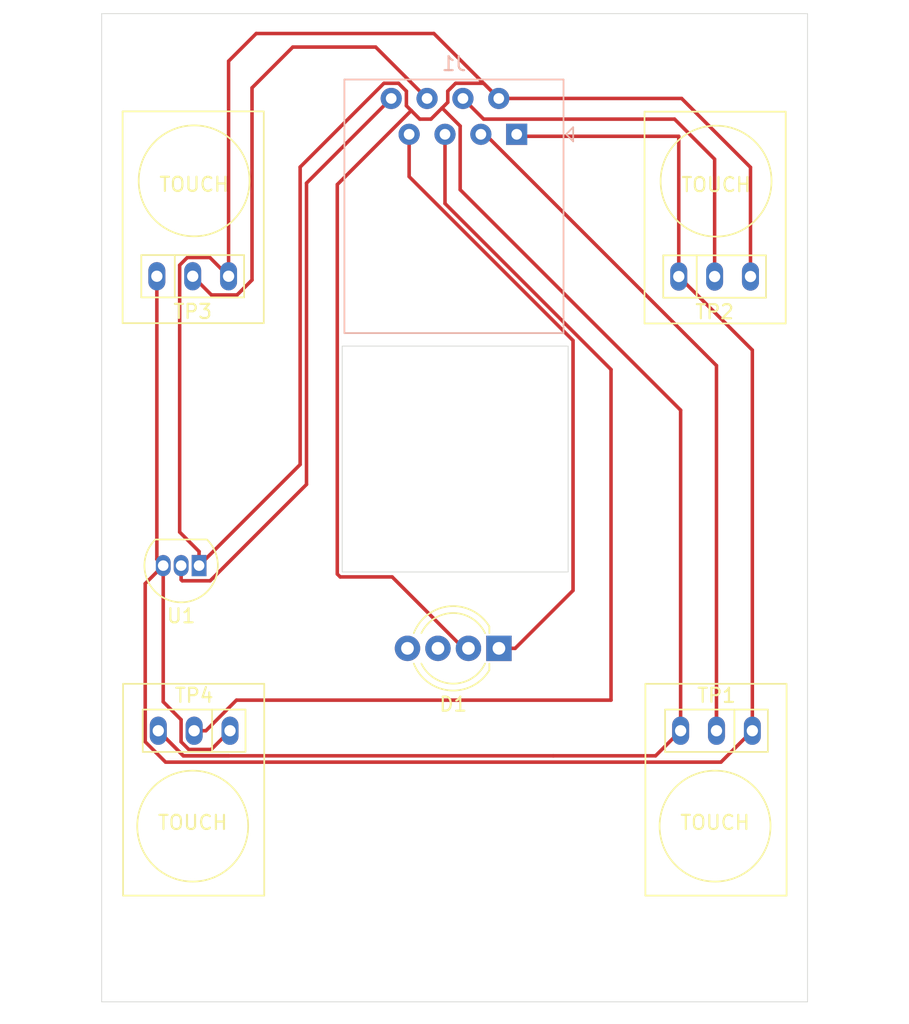
<source format=kicad_pcb>
(kicad_pcb (version 20171130) (host pcbnew "(5.1.12)-1")

  (general
    (thickness 1.6)
    (drawings 8)
    (tracks 96)
    (zones 0)
    (modules 11)
    (nets 11)
  )

  (page A4)
  (layers
    (0 F.Cu signal)
    (31 B.Cu signal)
    (32 B.Adhes user)
    (33 F.Adhes user)
    (34 B.Paste user)
    (35 F.Paste user)
    (36 B.SilkS user)
    (37 F.SilkS user)
    (38 B.Mask user)
    (39 F.Mask user)
    (40 Dwgs.User user)
    (41 Cmts.User user)
    (42 Eco1.User user)
    (43 Eco2.User user)
    (44 Edge.Cuts user)
    (45 Margin user)
    (46 B.CrtYd user)
    (47 F.CrtYd user)
    (48 B.Fab user)
    (49 F.Fab user)
  )

  (setup
    (last_trace_width 0.25)
    (trace_clearance 0.2)
    (zone_clearance 0.508)
    (zone_45_only no)
    (trace_min 0.2)
    (via_size 0.8)
    (via_drill 0.4)
    (via_min_size 0.4)
    (via_min_drill 0.3)
    (uvia_size 0.3)
    (uvia_drill 0.1)
    (uvias_allowed no)
    (uvia_min_size 0.2)
    (uvia_min_drill 0.1)
    (edge_width 0.05)
    (segment_width 0.2)
    (pcb_text_width 0.3)
    (pcb_text_size 1.5 1.5)
    (mod_edge_width 0.12)
    (mod_text_size 1 1)
    (mod_text_width 0.15)
    (pad_size 1.524 1.524)
    (pad_drill 0.762)
    (pad_to_mask_clearance 0)
    (aux_axis_origin 0 0)
    (visible_elements 7FFFFFFF)
    (pcbplotparams
      (layerselection 0x010fc_ffffffff)
      (usegerberextensions true)
      (usegerberattributes false)
      (usegerberadvancedattributes false)
      (creategerberjobfile false)
      (excludeedgelayer true)
      (linewidth 0.100000)
      (plotframeref false)
      (viasonmask false)
      (mode 1)
      (useauxorigin false)
      (hpglpennumber 1)
      (hpglpenspeed 20)
      (hpglpendiameter 15.000000)
      (psnegative false)
      (psa4output false)
      (plotreference true)
      (plotvalue false)
      (plotinvisibletext false)
      (padsonsilk false)
      (subtractmaskfromsilk true)
      (outputformat 1)
      (mirror false)
      (drillshape 0)
      (scaleselection 1)
      (outputdirectory ""))
  )

  (net 0 "")
  (net 1 "Net-(J1-Pad8)")
  (net 2 "Net-(J1-Pad6)")
  (net 3 "Net-(J1-Pad5)")
  (net 4 "Net-(J1-Pad4)")
  (net 5 "Net-(J1-Pad3)")
  (net 6 GND)
  (net 7 VCC)
  (net 8 "Net-(D1-Pad4)")
  (net 9 "Net-(D1-Pad3)")
  (net 10 "Net-(D1-Pad1)")

  (net_class Default "This is the default net class."
    (clearance 0.2)
    (trace_width 0.25)
    (via_dia 0.8)
    (via_drill 0.4)
    (uvia_dia 0.3)
    (uvia_drill 0.1)
    (add_net GND)
    (add_net "Net-(D1-Pad1)")
    (add_net "Net-(D1-Pad3)")
    (add_net "Net-(D1-Pad4)")
    (add_net "Net-(J1-Pad3)")
    (add_net "Net-(J1-Pad4)")
    (add_net "Net-(J1-Pad5)")
    (add_net "Net-(J1-Pad6)")
    (add_net "Net-(J1-Pad8)")
    (add_net VCC)
  )

  (module LED_THT:LED_D5.0mm-4_RGB_Wide_Pins (layer F.Cu) (tedit 5B74F76E) (tstamp 61D75B2C)
    (at 128.14 94.96 180)
    (descr "LED, diameter 5.0mm, 2 pins, diameter 5.0mm, 3 pins, diameter 5.0mm, 4 pins, http://www.kingbright.com/attachments/file/psearch/000/00/00/L-154A4SUREQBFZGEW(Ver.9A).pdf")
    (tags "LED diameter 5.0mm 2 pins diameter 5.0mm 3 pins diameter 5.0mm 4 pins RGB RGBLED")
    (path /62D6891B)
    (fp_text reference D1 (at 3.2385 -3.96) (layer F.SilkS)
      (effects (font (size 1 1) (thickness 0.15)))
    )
    (fp_text value LED_RCGB (at 3.2385 3.96) (layer F.Fab)
      (effects (font (size 1 1) (thickness 0.15)))
    )
    (fp_line (start 7.56 -3.25) (end -1.08 -3.25) (layer F.CrtYd) (width 0.05))
    (fp_line (start 7.56 3.25) (end 7.56 -3.25) (layer F.CrtYd) (width 0.05))
    (fp_line (start -1.08 3.25) (end 7.56 3.25) (layer F.CrtYd) (width 0.05))
    (fp_line (start -1.08 -3.25) (end -1.08 3.25) (layer F.CrtYd) (width 0.05))
    (fp_line (start 0.6785 1.08) (end 0.6785 1.545) (layer F.SilkS) (width 0.12))
    (fp_line (start 0.6785 -1.545) (end 0.6785 -1.08) (layer F.SilkS) (width 0.12))
    (fp_line (start 0.7385 -1.469694) (end 0.7385 1.469694) (layer F.Fab) (width 0.1))
    (fp_circle (center 3.2385 0) (end 5.7385 0) (layer F.Fab) (width 0.1))
    (fp_text user %R (at 3.2385 -3.96) (layer F.Fab)
      (effects (font (size 1 1) (thickness 0.15)))
    )
    (fp_arc (start 3.2385 0) (end 0.983816 1.08) (angle -128.8) (layer F.SilkS) (width 0.12))
    (fp_arc (start 3.2385 0) (end 0.983816 -1.08) (angle 128.8) (layer F.SilkS) (width 0.12))
    (fp_arc (start 3.2385 0) (end 0.6785 1.54483) (angle -127.7) (layer F.SilkS) (width 0.12))
    (fp_arc (start 3.2385 0) (end 0.6785 -1.54483) (angle 127.7) (layer F.SilkS) (width 0.12))
    (fp_arc (start 3.2385 0) (end 0.7385 -1.469694) (angle 299.1) (layer F.Fab) (width 0.1))
    (pad 4 thru_hole circle (at 6.477 0 180) (size 1.8 1.8) (drill 0.9) (layers *.Cu *.Mask)
      (net 8 "Net-(D1-Pad4)"))
    (pad 3 thru_hole circle (at 4.318 0 180) (size 1.8 1.8) (drill 0.9) (layers *.Cu *.Mask)
      (net 9 "Net-(D1-Pad3)"))
    (pad 2 thru_hole circle (at 2.159 0 180) (size 1.8 1.8) (drill 0.9) (layers *.Cu *.Mask)
      (net 6 GND))
    (pad 1 thru_hole rect (at 0 0 180) (size 1.8 1.8) (drill 0.9) (layers *.Cu *.Mask)
      (net 10 "Net-(D1-Pad1)"))
    (model ${KISYS3DMOD}/LED_THT.3dshapes/LED_D5.0mm-4_RGB_Wide_Pins.wrl
      (at (xyz 0 0 0))
      (scale (xyz 1 1 1))
      (rotate (xyz 0 0 0))
    )
  )

  (module Connector_RJ:RJ45_Amphenol_54602-x08_Horizontal (layer B.Cu) (tedit 5B103613) (tstamp 61D7276B)
    (at 129.4 58.55 180)
    (descr "8 Pol Shallow Latch Connector, Modjack, RJ45 (https://cdn.amphenol-icc.com/media/wysiwyg/files/drawing/c-bmj-0102.pdf)")
    (tags RJ45)
    (path /62D53FD1)
    (fp_text reference J1 (at 4.445 5) (layer B.SilkS)
      (effects (font (size 1 1) (thickness 0.15)) (justify mirror))
    )
    (fp_text value RJ45 (at 4.445 -4) (layer B.Fab)
      (effects (font (size 1 1) (thickness 0.15)) (justify mirror))
    )
    (fp_line (start 12.6 -14.47) (end -3.71 -14.47) (layer B.CrtYd) (width 0.05))
    (fp_line (start 12.6 -14.47) (end 12.6 4.27) (layer B.CrtYd) (width 0.05))
    (fp_line (start -3.71 4.27) (end -3.71 -14.47) (layer B.CrtYd) (width 0.05))
    (fp_line (start -3.71 4.27) (end 12.6 4.27) (layer B.CrtYd) (width 0.05))
    (fp_line (start -3.315 3.88) (end -3.315 -14.08) (layer B.SilkS) (width 0.12))
    (fp_line (start 12.205 3.88) (end -3.315 3.88) (layer B.SilkS) (width 0.12))
    (fp_line (start 12.205 3.88) (end 12.205 -14.08) (layer B.SilkS) (width 0.12))
    (fp_line (start -3.315 -14.08) (end 12.205 -14.08) (layer B.SilkS) (width 0.12))
    (fp_line (start -3.205 2.77) (end -2.205 3.77) (layer B.Fab) (width 0.12))
    (fp_line (start -2.205 3.77) (end 12.095 3.77) (layer B.Fab) (width 0.12))
    (fp_line (start 12.095 3.77) (end 12.095 -13.97) (layer B.Fab) (width 0.12))
    (fp_line (start 12.095 -13.97) (end -3.205 -13.97) (layer B.Fab) (width 0.12))
    (fp_line (start -3.205 -13.97) (end -3.205 2.77) (layer B.Fab) (width 0.12))
    (fp_line (start -3.5 0) (end -4 0.5) (layer B.SilkS) (width 0.12))
    (fp_line (start -4 0.5) (end -4 -0.5) (layer B.SilkS) (width 0.12))
    (fp_line (start -4 -0.5) (end -3.5 0) (layer B.SilkS) (width 0.12))
    (fp_text user %R (at 4.445 -2) (layer B.Fab)
      (effects (font (size 1 1) (thickness 0.15)) (justify mirror))
    )
    (pad 8 thru_hole circle (at 8.89 2.54 180) (size 1.5 1.5) (drill 0.76) (layers *.Cu *.Mask)
      (net 1 "Net-(J1-Pad8)"))
    (pad 7 thru_hole circle (at 7.62 0 180) (size 1.5 1.5) (drill 0.76) (layers *.Cu *.Mask)
      (net 10 "Net-(D1-Pad1)"))
    (pad 6 thru_hole circle (at 6.35 2.54 180) (size 1.5 1.5) (drill 0.76) (layers *.Cu *.Mask)
      (net 2 "Net-(J1-Pad6)"))
    (pad 5 thru_hole circle (at 5.08 0 180) (size 1.5 1.5) (drill 0.76) (layers *.Cu *.Mask)
      (net 3 "Net-(J1-Pad5)"))
    (pad 4 thru_hole circle (at 3.81 2.54 180) (size 1.5 1.5) (drill 0.76) (layers *.Cu *.Mask)
      (net 4 "Net-(J1-Pad4)"))
    (pad 3 thru_hole circle (at 2.54 0 180) (size 1.5 1.5) (drill 0.76) (layers *.Cu *.Mask)
      (net 5 "Net-(J1-Pad3)"))
    (pad 2 thru_hole circle (at 1.27 2.54 180) (size 1.5 1.5) (drill 0.76) (layers *.Cu *.Mask)
      (net 6 GND))
    (pad 1 thru_hole rect (at 0 0 180) (size 1.5 1.5) (drill 0.76) (layers *.Cu *.Mask)
      (net 7 VCC))
    (pad "" np_thru_hole circle (at -1.27 -6.35 180) (size 3.2 3.2) (drill 3.2) (layers *.Cu *.Mask))
    (pad "" np_thru_hole circle (at 10.16 -6.35 180) (size 3.2 3.2) (drill 3.2) (layers *.Cu *.Mask))
    (model ${KISYS3DMOD}/Connector_RJ.3dshapes/RJ45_Amphenol_54602-x08_Horizontal.wrl
      (at (xyz 0 0 0))
      (scale (xyz 1 1 1))
      (rotate (xyz 0 0 0))
    )
  )

  (module Capacitor_THT:TTP23_Touch_Pad (layer F.Cu) (tedit 61D4C9F1) (tstamp 61D74DA7)
    (at 106.5 104.2)
    (path /62D5373B)
    (fp_text reference TP4 (at 0.0508 -5.9036 180) (layer F.SilkS)
      (effects (font (size 1 1) (thickness 0.15)))
    )
    (fp_text value TP233_Touch_Pad (at 0.9652 -0.8236) (layer F.Fab)
      (effects (font (size 1 1) (thickness 0.15)))
    )
    (fp_circle (center -0.0508 3.3528) (end -2.5908 6.35) (layer F.SilkS) (width 0.12))
    (fp_line (start -4.984 8.2728) (end 5.016 8.2728) (layer F.SilkS) (width 0.12))
    (fp_line (start -4.984 -6.7272) (end -4.984 8.2728) (layer F.SilkS) (width 0.12))
    (fp_line (start 5.016 -6.7272) (end -4.984 -6.7272) (layer F.SilkS) (width 0.12))
    (fp_line (start 5.016 8.2728) (end 5.016 -6.7272) (layer F.SilkS) (width 0.12))
    (fp_line (start 3.4408 -4.6536) (end 3.4408 -2.1536) (layer F.CrtYd) (width 0.05))
    (fp_line (start -3.3392 -4.6536) (end 3.4408 -4.6536) (layer F.CrtYd) (width 0.05))
    (fp_line (start -3.3392 -2.1536) (end -3.3392 -4.6536) (layer F.CrtYd) (width 0.05))
    (fp_line (start 3.4408 -2.1536) (end -3.3392 -2.1536) (layer F.CrtYd) (width 0.05))
    (fp_line (start 1.3208 -1.9036) (end 1.3208 -4.9036) (layer F.SilkS) (width 0.12))
    (fp_line (start 3.6908 -4.9036) (end 3.6908 -1.9036) (layer F.SilkS) (width 0.12))
    (fp_line (start -3.5892 -4.9036) (end 3.6908 -4.9036) (layer F.SilkS) (width 0.12))
    (fp_line (start -3.5892 -1.9036) (end -3.5892 -4.9036) (layer F.SilkS) (width 0.12))
    (fp_line (start 3.6908 -1.9036) (end -3.5892 -1.9036) (layer F.SilkS) (width 0.12))
    (fp_text user TOUCH (at -0.0508 3.0988 180) (layer F.SilkS)
      (effects (font (size 1 1) (thickness 0.15)))
    )
    (pad 3 thru_hole oval (at -2.4892 -3.4036 180) (size 1.2 2) (drill 0.8) (layers *.Cu *.Mask)
      (net 6 GND))
    (pad 2 thru_hole oval (at 0.0508 -3.4036 180) (size 1.2 2) (drill 0.8) (layers *.Cu *.Mask)
      (net 3 "Net-(J1-Pad5)"))
    (pad 1 thru_hole oval (at 2.5908 -3.4036 180) (size 1.2 2) (drill 0.8) (layers *.Cu *.Mask)
      (net 7 VCC))
  )

  (module MountingHole:MountingHole_2.7mm_M2.5 (layer F.Cu) (tedit 56D1B4CB) (tstamp 61D746AF)
    (at 146.975 53)
    (descr "Mounting Hole 2.7mm, no annular, M2.5")
    (tags "mounting hole 2.7mm no annular m2.5")
    (attr virtual)
    (fp_text reference "" (at 0 -3.7) (layer F.SilkS)
      (effects (font (size 1 1) (thickness 0.15)))
    )
    (fp_text value MountingHole_2.7mm_M2.5 (at 0 3.7) (layer F.Fab)
      (effects (font (size 1 1) (thickness 0.15)))
    )
    (fp_circle (center 0 0) (end 2.7 0) (layer Cmts.User) (width 0.15))
    (fp_circle (center 0 0) (end 2.95 0) (layer F.CrtYd) (width 0.05))
    (fp_text user %R (at 0.3 0) (layer F.Fab)
      (effects (font (size 1 1) (thickness 0.15)))
    )
    (pad 1 np_thru_hole circle (at 0 0) (size 2.7 2.7) (drill 2.7) (layers *.Cu *.Mask))
  )

  (module MountingHole:MountingHole_2.7mm_M2.5 (layer F.Cu) (tedit 56D1B4CB) (tstamp 61D74E99)
    (at 147.015 116.98)
    (descr "Mounting Hole 2.7mm, no annular, M2.5")
    (tags "mounting hole 2.7mm no annular m2.5")
    (attr virtual)
    (fp_text reference "" (at 0 -3.7) (layer F.SilkS)
      (effects (font (size 1 1) (thickness 0.15)))
    )
    (fp_text value MountingHole_2.7mm_M2.5 (at 0 3.7) (layer F.Fab)
      (effects (font (size 1 1) (thickness 0.15)))
    )
    (fp_circle (center 0 0) (end 2.7 0) (layer Cmts.User) (width 0.15))
    (fp_circle (center 0 0) (end 2.95 0) (layer F.CrtYd) (width 0.05))
    (fp_text user %R (at 0.3 0) (layer F.Fab)
      (effects (font (size 1 1) (thickness 0.15)))
    )
    (pad 1 np_thru_hole circle (at 0 0) (size 2.7 2.7) (drill 2.7) (layers *.Cu *.Mask))
  )

  (module MountingHole:MountingHole_2.7mm_M2.5 (layer F.Cu) (tedit 56D1B4CB) (tstamp 61D74E99)
    (at 103.005 117.01)
    (descr "Mounting Hole 2.7mm, no annular, M2.5")
    (tags "mounting hole 2.7mm no annular m2.5")
    (attr virtual)
    (fp_text reference "" (at 0 -3.7) (layer F.SilkS)
      (effects (font (size 1 1) (thickness 0.15)))
    )
    (fp_text value MountingHole_2.7mm_M2.5 (at 0 3.7) (layer F.Fab)
      (effects (font (size 1 1) (thickness 0.15)))
    )
    (fp_circle (center 0 0) (end 2.7 0) (layer Cmts.User) (width 0.15))
    (fp_circle (center 0 0) (end 2.95 0) (layer F.CrtYd) (width 0.05))
    (fp_text user %R (at 0.3 0) (layer F.Fab)
      (effects (font (size 1 1) (thickness 0.15)))
    )
    (pad 1 np_thru_hole circle (at 0 0) (size 2.7 2.7) (drill 2.7) (layers *.Cu *.Mask))
  )

  (module MountingHole:MountingHole_2.7mm_M2.5 (layer F.Cu) (tedit 56D1B4CB) (tstamp 61D74EB7)
    (at 102.995 53.01)
    (descr "Mounting Hole 2.7mm, no annular, M2.5")
    (tags "mounting hole 2.7mm no annular m2.5")
    (attr virtual)
    (fp_text reference "" (at 0 -3.7) (layer F.SilkS)
      (effects (font (size 1 1) (thickness 0.15)))
    )
    (fp_text value MountingHole_2.7mm_M2.5 (at 0 3.7) (layer F.Fab)
      (effects (font (size 1 1) (thickness 0.15)))
    )
    (fp_circle (center 0 0) (end 2.7 0) (layer Cmts.User) (width 0.15))
    (fp_circle (center 0 0) (end 2.95 0) (layer F.CrtYd) (width 0.05))
    (fp_text user %R (at 0.3 0) (layer F.Fab)
      (effects (font (size 1 1) (thickness 0.15)))
    )
    (pad 1 np_thru_hole circle (at 0 0) (size 2.7 2.7) (drill 2.7) (layers *.Cu *.Mask))
  )

  (module Capacitor_THT:TTP23_Touch_Pad (layer F.Cu) (tedit 61D4C9F1) (tstamp 61D74939)
    (at 143.47 65.22 180)
    (path /62D52B75)
    (fp_text reference TP2 (at 0.0508 -5.9036 180) (layer F.SilkS)
      (effects (font (size 1 1) (thickness 0.15)))
    )
    (fp_text value TP233_Touch_Pad (at 0.9652 -0.8236) (layer F.Fab)
      (effects (font (size 1 1) (thickness 0.15)))
    )
    (fp_circle (center -0.0508 3.3528) (end -2.5908 6.35) (layer F.SilkS) (width 0.12))
    (fp_line (start -4.984 8.2728) (end 5.016 8.2728) (layer F.SilkS) (width 0.12))
    (fp_line (start -4.984 -6.7272) (end -4.984 8.2728) (layer F.SilkS) (width 0.12))
    (fp_line (start 5.016 -6.7272) (end -4.984 -6.7272) (layer F.SilkS) (width 0.12))
    (fp_line (start 5.016 8.2728) (end 5.016 -6.7272) (layer F.SilkS) (width 0.12))
    (fp_line (start 3.4408 -4.6536) (end 3.4408 -2.1536) (layer F.CrtYd) (width 0.05))
    (fp_line (start -3.3392 -4.6536) (end 3.4408 -4.6536) (layer F.CrtYd) (width 0.05))
    (fp_line (start -3.3392 -2.1536) (end -3.3392 -4.6536) (layer F.CrtYd) (width 0.05))
    (fp_line (start 3.4408 -2.1536) (end -3.3392 -2.1536) (layer F.CrtYd) (width 0.05))
    (fp_line (start 1.3208 -1.9036) (end 1.3208 -4.9036) (layer F.SilkS) (width 0.12))
    (fp_line (start 3.6908 -4.9036) (end 3.6908 -1.9036) (layer F.SilkS) (width 0.12))
    (fp_line (start -3.5892 -4.9036) (end 3.6908 -4.9036) (layer F.SilkS) (width 0.12))
    (fp_line (start -3.5892 -1.9036) (end -3.5892 -4.9036) (layer F.SilkS) (width 0.12))
    (fp_line (start 3.6908 -1.9036) (end -3.5892 -1.9036) (layer F.SilkS) (width 0.12))
    (fp_text user TOUCH (at -0.0508 3.0988 180) (layer F.SilkS)
      (effects (font (size 1 1) (thickness 0.15)))
    )
    (pad 3 thru_hole oval (at -2.4892 -3.4036) (size 1.2 2) (drill 0.8) (layers *.Cu *.Mask)
      (net 6 GND))
    (pad 2 thru_hole oval (at 0.0508 -3.4036) (size 1.2 2) (drill 0.8) (layers *.Cu *.Mask)
      (net 4 "Net-(J1-Pad4)"))
    (pad 1 thru_hole oval (at 2.5908 -3.4036) (size 1.2 2) (drill 0.8) (layers *.Cu *.Mask)
      (net 7 VCC))
  )

  (module Capacitor_THT:TTP23_Touch_Pad (layer F.Cu) (tedit 61D4C9F1) (tstamp 61D72D40)
    (at 143.5 104.2)
    (path /62D51A0C)
    (fp_text reference TP1 (at 0.0508 -5.9036 180) (layer F.SilkS)
      (effects (font (size 1 1) (thickness 0.15)))
    )
    (fp_text value TP233_Touch_Pad (at 0.9652 -0.8236) (layer F.Fab)
      (effects (font (size 1 1) (thickness 0.15)))
    )
    (fp_circle (center -0.0508 3.3528) (end -2.5908 6.35) (layer F.SilkS) (width 0.12))
    (fp_line (start -4.984 8.2728) (end 5.016 8.2728) (layer F.SilkS) (width 0.12))
    (fp_line (start -4.984 -6.7272) (end -4.984 8.2728) (layer F.SilkS) (width 0.12))
    (fp_line (start 5.016 -6.7272) (end -4.984 -6.7272) (layer F.SilkS) (width 0.12))
    (fp_line (start 5.016 8.2728) (end 5.016 -6.7272) (layer F.SilkS) (width 0.12))
    (fp_line (start 3.4408 -4.6536) (end 3.4408 -2.1536) (layer F.CrtYd) (width 0.05))
    (fp_line (start -3.3392 -4.6536) (end 3.4408 -4.6536) (layer F.CrtYd) (width 0.05))
    (fp_line (start -3.3392 -2.1536) (end -3.3392 -4.6536) (layer F.CrtYd) (width 0.05))
    (fp_line (start 3.4408 -2.1536) (end -3.3392 -2.1536) (layer F.CrtYd) (width 0.05))
    (fp_line (start 1.3208 -1.9036) (end 1.3208 -4.9036) (layer F.SilkS) (width 0.12))
    (fp_line (start 3.6908 -4.9036) (end 3.6908 -1.9036) (layer F.SilkS) (width 0.12))
    (fp_line (start -3.5892 -4.9036) (end 3.6908 -4.9036) (layer F.SilkS) (width 0.12))
    (fp_line (start -3.5892 -1.9036) (end -3.5892 -4.9036) (layer F.SilkS) (width 0.12))
    (fp_line (start 3.6908 -1.9036) (end -3.5892 -1.9036) (layer F.SilkS) (width 0.12))
    (fp_text user TOUCH (at -0.0508 3.0988 180) (layer F.SilkS)
      (effects (font (size 1 1) (thickness 0.15)))
    )
    (pad 3 thru_hole oval (at -2.4892 -3.4036 180) (size 1.2 2) (drill 0.8) (layers *.Cu *.Mask)
      (net 6 GND))
    (pad 2 thru_hole oval (at 0.0508 -3.4036 180) (size 1.2 2) (drill 0.8) (layers *.Cu *.Mask)
      (net 5 "Net-(J1-Pad3)"))
    (pad 1 thru_hole oval (at 2.5908 -3.4036 180) (size 1.2 2) (drill 0.8) (layers *.Cu *.Mask)
      (net 7 VCC))
  )

  (module Package_TO_SOT_THT:TO-92_Inline (layer F.Cu) (tedit 5A1DD157) (tstamp 61D727D5)
    (at 106.9 89.1 180)
    (descr "TO-92 leads in-line, narrow, oval pads, drill 0.75mm (see NXP sot054_po.pdf)")
    (tags "to-92 sc-43 sc-43a sot54 PA33 transistor")
    (path /62D5E1D0)
    (fp_text reference U1 (at 1.27 -3.56) (layer F.SilkS)
      (effects (font (size 1 1) (thickness 0.15)))
    )
    (fp_text value DS18B20 (at 1.27 2.79) (layer F.Fab)
      (effects (font (size 1 1) (thickness 0.15)))
    )
    (fp_line (start 4 2.01) (end -1.46 2.01) (layer F.CrtYd) (width 0.05))
    (fp_line (start 4 2.01) (end 4 -2.73) (layer F.CrtYd) (width 0.05))
    (fp_line (start -1.46 -2.73) (end -1.46 2.01) (layer F.CrtYd) (width 0.05))
    (fp_line (start -1.46 -2.73) (end 4 -2.73) (layer F.CrtYd) (width 0.05))
    (fp_line (start -0.5 1.75) (end 3 1.75) (layer F.Fab) (width 0.1))
    (fp_line (start -0.53 1.85) (end 3.07 1.85) (layer F.SilkS) (width 0.12))
    (fp_arc (start 1.27 0) (end 1.27 -2.6) (angle 135) (layer F.SilkS) (width 0.12))
    (fp_arc (start 1.27 0) (end 1.27 -2.48) (angle -135) (layer F.Fab) (width 0.1))
    (fp_arc (start 1.27 0) (end 1.27 -2.6) (angle -135) (layer F.SilkS) (width 0.12))
    (fp_arc (start 1.27 0) (end 1.27 -2.48) (angle 135) (layer F.Fab) (width 0.1))
    (fp_text user %R (at 1.27 0) (layer F.Fab)
      (effects (font (size 1 1) (thickness 0.15)))
    )
    (pad 1 thru_hole rect (at 0 0 180) (size 1.05 1.5) (drill 0.75) (layers *.Cu *.Mask)
      (net 6 GND))
    (pad 3 thru_hole oval (at 2.54 0 180) (size 1.05 1.5) (drill 0.75) (layers *.Cu *.Mask)
      (net 7 VCC))
    (pad 2 thru_hole oval (at 1.27 0 180) (size 1.05 1.5) (drill 0.75) (layers *.Cu *.Mask)
      (net 1 "Net-(J1-Pad8)"))
    (model ${KISYS3DMOD}/Package_TO_SOT_THT.3dshapes/TO-92_Inline.wrl
      (at (xyz 0 0 0))
      (scale (xyz 1 1 1))
      (rotate (xyz 0 0 0))
    )
  )

  (module Capacitor_THT:TTP23_Touch_Pad (layer F.Cu) (tedit 61D4C9F1) (tstamp 61D733CA)
    (at 106.5 65.2 180)
    (path /62D5255E)
    (fp_text reference TP3 (at 0.0508 -5.9036 180) (layer F.SilkS)
      (effects (font (size 1 1) (thickness 0.15)))
    )
    (fp_text value TP233_Touch_Pad (at 0.9652 -0.8236) (layer F.Fab)
      (effects (font (size 1 1) (thickness 0.15)))
    )
    (fp_circle (center -0.0508 3.3528) (end -2.5908 6.35) (layer F.SilkS) (width 0.12))
    (fp_line (start -4.984 8.2728) (end 5.016 8.2728) (layer F.SilkS) (width 0.12))
    (fp_line (start -4.984 -6.7272) (end -4.984 8.2728) (layer F.SilkS) (width 0.12))
    (fp_line (start 5.016 -6.7272) (end -4.984 -6.7272) (layer F.SilkS) (width 0.12))
    (fp_line (start 5.016 8.2728) (end 5.016 -6.7272) (layer F.SilkS) (width 0.12))
    (fp_line (start 3.4408 -4.6536) (end 3.4408 -2.1536) (layer F.CrtYd) (width 0.05))
    (fp_line (start -3.3392 -4.6536) (end 3.4408 -4.6536) (layer F.CrtYd) (width 0.05))
    (fp_line (start -3.3392 -2.1536) (end -3.3392 -4.6536) (layer F.CrtYd) (width 0.05))
    (fp_line (start 3.4408 -2.1536) (end -3.3392 -2.1536) (layer F.CrtYd) (width 0.05))
    (fp_line (start 1.3208 -1.9036) (end 1.3208 -4.9036) (layer F.SilkS) (width 0.12))
    (fp_line (start 3.6908 -4.9036) (end 3.6908 -1.9036) (layer F.SilkS) (width 0.12))
    (fp_line (start -3.5892 -4.9036) (end 3.6908 -4.9036) (layer F.SilkS) (width 0.12))
    (fp_line (start -3.5892 -1.9036) (end -3.5892 -4.9036) (layer F.SilkS) (width 0.12))
    (fp_line (start 3.6908 -1.9036) (end -3.5892 -1.9036) (layer F.SilkS) (width 0.12))
    (fp_text user TOUCH (at -0.0508 3.0988) (layer F.SilkS)
      (effects (font (size 1 1) (thickness 0.15)))
    )
    (pad 3 thru_hole oval (at -2.4892 -3.4036) (size 1.2 2) (drill 0.8) (layers *.Cu *.Mask)
      (net 6 GND))
    (pad 2 thru_hole oval (at 0.0508 -3.4036) (size 1.2 2) (drill 0.8) (layers *.Cu *.Mask)
      (net 2 "Net-(J1-Pad6)"))
    (pad 1 thru_hole oval (at 2.5908 -3.4036) (size 1.2 2) (drill 0.8) (layers *.Cu *.Mask)
      (net 7 VCC))
  )

  (gr_line (start 117.04 89.55) (end 117.04 73.55) (layer Edge.Cuts) (width 0.05) (tstamp 61D75624))
  (gr_line (start 133.04 89.55) (end 117.04 89.55) (layer Edge.Cuts) (width 0.05) (tstamp 61D75627))
  (gr_line (start 133.04 73.55) (end 133.04 89.55) (layer Edge.Cuts) (width 0.05) (tstamp 61D7561E))
  (gr_line (start 117.04 73.55) (end 133.04 73.55) (layer Edge.Cuts) (width 0.05) (tstamp 61D75621))
  (gr_line (start 150 120) (end 150 50) (layer Edge.Cuts) (width 0.05) (tstamp 61D72B3D))
  (gr_line (start 100 120) (end 150 120) (layer Edge.Cuts) (width 0.05) (tstamp 61D72B39))
  (gr_line (start 100 120) (end 100 50) (layer Edge.Cuts) (width 0.05))
  (gr_line (start 100 50) (end 150 50) (layer Edge.Cuts) (width 0.05))

  (segment (start 105.705001 90.175001) (end 107.685001 90.175001) (width 0.25) (layer F.Cu) (net 1))
  (segment (start 105.63 90.1) (end 105.705001 90.175001) (width 0.25) (layer F.Cu) (net 1))
  (segment (start 107.685001 90.175001) (end 114.51 83.350002) (width 0.25) (layer F.Cu) (net 1))
  (segment (start 105.63 89.1) (end 105.63 90.1) (width 0.25) (layer F.Cu) (net 1))
  (segment (start 114.51 62.01) (end 120.51 56.01) (width 0.25) (layer F.Cu) (net 1))
  (segment (start 114.51 83.350002) (end 114.51 62.01) (width 0.25) (layer F.Cu) (net 1))
  (segment (start 119.41 52.37) (end 123.05 56.01) (width 0.25) (layer F.Cu) (net 2))
  (segment (start 113.54 52.37) (end 119.41 52.37) (width 0.25) (layer F.Cu) (net 2))
  (segment (start 110.65 55.26) (end 113.54 52.37) (width 0.25) (layer F.Cu) (net 2))
  (segment (start 110.65 68.87) (end 110.65 55.26) (width 0.25) (layer F.Cu) (net 2))
  (segment (start 109.59139 69.92861) (end 110.65 68.87) (width 0.25) (layer F.Cu) (net 2))
  (segment (start 107.77421 69.92861) (end 109.59139 69.92861) (width 0.25) (layer F.Cu) (net 2))
  (segment (start 106.4492 68.6036) (end 107.77421 69.92861) (width 0.25) (layer F.Cu) (net 2))
  (segment (start 124.32 58.55) (end 124.32 63.45) (width 0.25) (layer F.Cu) (net 3))
  (segment (start 124.32 63.45) (end 136.08 75.21) (width 0.25) (layer F.Cu) (net 3))
  (segment (start 136.08 75.21) (end 136.08 98.63) (width 0.25) (layer F.Cu) (net 3))
  (segment (start 107.382639 100.7964) (end 106.5508 100.7964) (width 0.25) (layer F.Cu) (net 3))
  (segment (start 109.549039 98.63) (end 107.382639 100.7964) (width 0.25) (layer F.Cu) (net 3))
  (segment (start 136.08 98.63) (end 109.549039 98.63) (width 0.25) (layer F.Cu) (net 3))
  (segment (start 140.581409 57.474999) (end 143.4192 60.31279) (width 0.25) (layer F.Cu) (net 4))
  (segment (start 143.4192 60.31279) (end 143.4192 68.6236) (width 0.25) (layer F.Cu) (net 4))
  (segment (start 127.054999 57.474999) (end 140.581409 57.474999) (width 0.25) (layer F.Cu) (net 4))
  (segment (start 125.59 56.01) (end 127.054999 57.474999) (width 0.25) (layer F.Cu) (net 4))
  (segment (start 143.5508 100.7964) (end 143.5508 99.3258) (width 0.25) (layer F.Cu) (net 5))
  (segment (start 127.169002 58.55) (end 126.86 58.55) (width 0.25) (layer F.Cu) (net 5))
  (segment (start 143.5508 74.931798) (end 127.169002 58.55) (width 0.25) (layer F.Cu) (net 5))
  (segment (start 143.5508 100.7964) (end 143.5508 74.931798) (width 0.25) (layer F.Cu) (net 5))
  (segment (start 106.742905 89.1) (end 106.9 89.1) (width 0.25) (layer F.Cu) (net 6))
  (segment (start 106.7858 89.2142) (end 106.9 89.1) (width 0.25) (layer F.Cu) (net 6))
  (segment (start 128.13 56.01) (end 141.08 56.01) (width 0.25) (layer F.Cu) (net 6))
  (segment (start 145.9592 60.8892) (end 145.9592 68.6236) (width 0.25) (layer F.Cu) (net 6))
  (segment (start 141.08 56.01) (end 145.9592 60.8892) (width 0.25) (layer F.Cu) (net 6))
  (segment (start 128.13 56.01) (end 123.53 51.41) (width 0.25) (layer F.Cu) (net 6))
  (segment (start 123.53 51.41) (end 110.95 51.41) (width 0.25) (layer F.Cu) (net 6))
  (segment (start 108.9892 53.3708) (end 108.9892 68.6036) (width 0.25) (layer F.Cu) (net 6))
  (segment (start 110.95 51.41) (end 108.9892 53.3708) (width 0.25) (layer F.Cu) (net 6))
  (segment (start 105.52419 86.72419) (end 106.9 88.1) (width 0.25) (layer F.Cu) (net 6))
  (segment (start 105.52419 67.820449) (end 105.52419 86.72419) (width 0.25) (layer F.Cu) (net 6))
  (segment (start 106.066049 67.27859) (end 105.52419 67.820449) (width 0.25) (layer F.Cu) (net 6))
  (segment (start 107.66419 67.27859) (end 106.066049 67.27859) (width 0.25) (layer F.Cu) (net 6))
  (segment (start 108.9892 68.6036) (end 107.66419 67.27859) (width 0.25) (layer F.Cu) (net 6))
  (segment (start 121.585001 55.493999) (end 121.585001 56.526001) (width 0.25) (layer F.Cu) (net 6))
  (segment (start 119.993999 54.934999) (end 121.026001 54.934999) (width 0.25) (layer F.Cu) (net 6))
  (segment (start 105.785819 102.571419) (end 104.0108 100.7964) (width 0.25) (layer F.Cu) (net 6))
  (segment (start 114.059991 60.869007) (end 119.993999 54.934999) (width 0.25) (layer F.Cu) (net 6))
  (segment (start 121.026001 54.934999) (end 121.585001 55.493999) (width 0.25) (layer F.Cu) (net 6))
  (segment (start 114.059991 81.940009) (end 114.059991 60.869007) (width 0.25) (layer F.Cu) (net 6))
  (segment (start 109.023942 102.571419) (end 105.785819 102.571419) (width 0.25) (layer F.Cu) (net 6))
  (segment (start 106.9 89.1) (end 114.059991 81.940009) (width 0.25) (layer F.Cu) (net 6))
  (segment (start 139.23578 102.57142) (end 141.0108 100.7964) (width 0.25) (layer F.Cu) (net 6))
  (segment (start 104.0108 100.7964) (end 105.78582 102.57142) (width 0.25) (layer F.Cu) (net 6))
  (segment (start 106.9 88.1) (end 106.9 89.1) (width 0.25) (layer F.Cu) (net 6))
  (segment (start 125.073999 54.934999) (end 127.054999 54.934999) (width 0.25) (layer F.Cu) (net 6))
  (segment (start 124.514999 55.493999) (end 125.073999 54.934999) (width 0.25) (layer F.Cu) (net 6))
  (segment (start 127.054999 54.934999) (end 128.13 56.01) (width 0.25) (layer F.Cu) (net 6))
  (segment (start 124.514999 56.285001) (end 124.514999 55.493999) (width 0.25) (layer F.Cu) (net 6))
  (segment (start 122.533999 57.474999) (end 123.325001 57.474999) (width 0.25) (layer F.Cu) (net 6))
  (segment (start 125.395001 57.965001) (end 124.115 56.685) (width 0.25) (layer F.Cu) (net 6))
  (segment (start 141.0108 78.089802) (end 125.395001 62.474003) (width 0.25) (layer F.Cu) (net 6))
  (segment (start 141.0108 100.7964) (end 141.0108 78.089802) (width 0.25) (layer F.Cu) (net 6))
  (segment (start 125.395001 62.474003) (end 125.395001 57.965001) (width 0.25) (layer F.Cu) (net 6))
  (segment (start 124.115 56.685) (end 124.514999 56.285001) (width 0.25) (layer F.Cu) (net 6))
  (segment (start 123.325001 57.474999) (end 124.115 56.685) (width 0.25) (layer F.Cu) (net 6))
  (segment (start 131.99142 102.57142) (end 139.23578 102.57142) (width 0.25) (layer F.Cu) (net 6))
  (segment (start 105.78582 102.57142) (end 131.99142 102.57142) (width 0.25) (layer F.Cu) (net 6))
  (segment (start 116.68999 89.694978) (end 116.68999 62.11001) (width 0.25) (layer F.Cu) (net 6))
  (segment (start 116.895022 89.90001) (end 116.68999 89.694978) (width 0.25) (layer F.Cu) (net 6))
  (segment (start 116.68999 62.11001) (end 121.9295 56.8705) (width 0.25) (layer F.Cu) (net 6))
  (segment (start 120.575012 89.90001) (end 116.895022 89.90001) (width 0.25) (layer F.Cu) (net 6))
  (segment (start 125.635002 94.96) (end 120.575012 89.90001) (width 0.25) (layer F.Cu) (net 6))
  (segment (start 125.981 94.96) (end 125.635002 94.96) (width 0.25) (layer F.Cu) (net 6))
  (segment (start 121.9295 56.8705) (end 121.585001 56.526001) (width 0.25) (layer F.Cu) (net 6))
  (segment (start 122.533999 57.474999) (end 121.9295 56.8705) (width 0.25) (layer F.Cu) (net 6))
  (segment (start 140.8792 58.6908) (end 140.8792 68.6236) (width 0.25) (layer F.Cu) (net 7))
  (segment (start 146.0908 73.8352) (end 140.8792 68.6236) (width 0.25) (layer F.Cu) (net 7))
  (segment (start 146.0908 100.7964) (end 146.0908 73.8352) (width 0.25) (layer F.Cu) (net 7))
  (segment (start 103.9092 88.6492) (end 104.36 89.1) (width 0.25) (layer F.Cu) (net 7))
  (segment (start 103.9092 68.6036) (end 103.9092 88.6492) (width 0.25) (layer F.Cu) (net 7))
  (segment (start 106.167649 102.12141) (end 107.76579 102.12141) (width 0.25) (layer F.Cu) (net 7))
  (segment (start 105.62579 101.579551) (end 106.167649 102.12141) (width 0.25) (layer F.Cu) (net 7))
  (segment (start 107.76579 102.12141) (end 109.0908 100.7964) (width 0.25) (layer F.Cu) (net 7))
  (segment (start 105.62579 100.013249) (end 105.62579 101.579551) (width 0.25) (layer F.Cu) (net 7))
  (segment (start 104.36 98.747459) (end 105.62579 100.013249) (width 0.25) (layer F.Cu) (net 7))
  (segment (start 104.36 89.1) (end 104.36 98.747459) (width 0.25) (layer F.Cu) (net 7))
  (segment (start 103.08579 90.37421) (end 104.36 89.1) (width 0.25) (layer F.Cu) (net 7))
  (segment (start 103.08579 101.579551) (end 103.08579 90.37421) (width 0.25) (layer F.Cu) (net 7))
  (segment (start 104.527668 103.021429) (end 103.08579 101.579551) (width 0.25) (layer F.Cu) (net 7))
  (segment (start 143.865771 103.021429) (end 104.527668 103.021429) (width 0.25) (layer F.Cu) (net 7))
  (segment (start 146.0908 100.7964) (end 143.865771 103.021429) (width 0.25) (layer F.Cu) (net 7))
  (segment (start 129.5408 58.6908) (end 129.4 58.55) (width 0.25) (layer F.Cu) (net 7))
  (segment (start 140.8792 58.6908) (end 129.5408 58.6908) (width 0.25) (layer F.Cu) (net 7))
  (segment (start 121.78 61.54641) (end 121.78 58.55) (width 0.25) (layer F.Cu) (net 10))
  (segment (start 133.39001 73.15642) (end 121.78 61.54641) (width 0.25) (layer F.Cu) (net 10))
  (segment (start 133.39001 90.85999) (end 133.39001 73.15642) (width 0.25) (layer F.Cu) (net 10))
  (segment (start 129.29 94.96) (end 133.39001 90.85999) (width 0.25) (layer F.Cu) (net 10))
  (segment (start 128.14 94.96) (end 129.29 94.96) (width 0.25) (layer F.Cu) (net 10))

)

</source>
